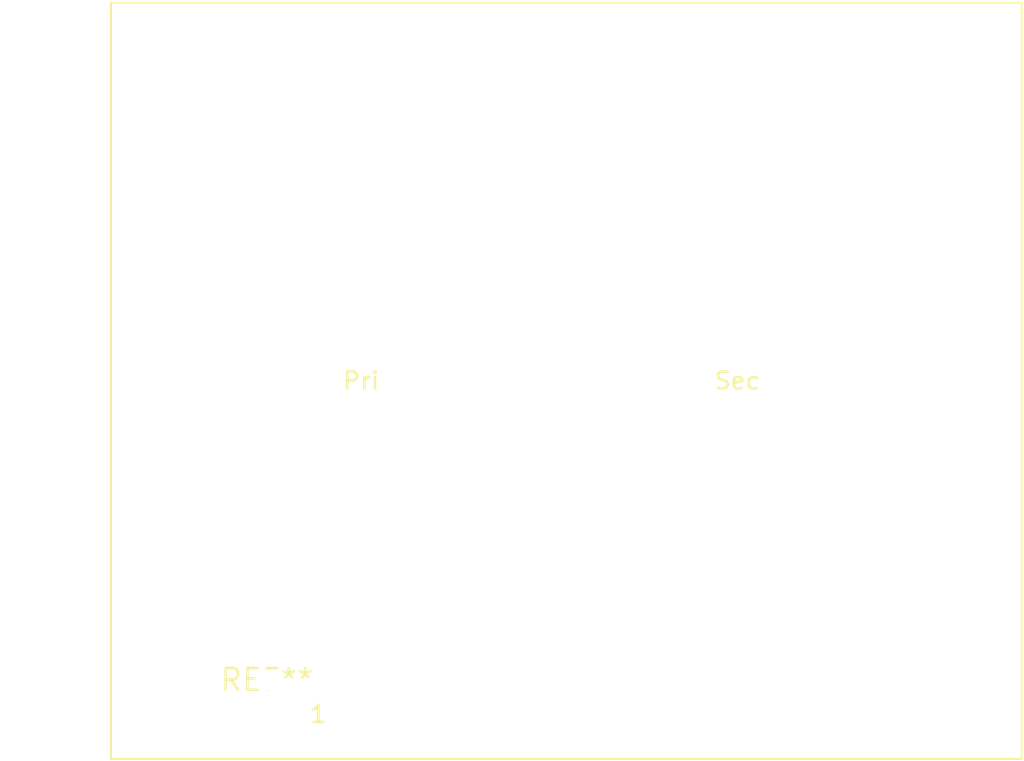
<source format=kicad_pcb>
(kicad_pcb (version 20240108) (generator pcbnew)
  (layers (0 "F.Cu" signal) (31 "B.Cu" signal) (34 "B.Paste" user) (35 "F.Paste" user) (36 "B.SilkS" user "B.Silkscreen") (37 "F.SilkS" user "F.Silkscreen") (38 "B.Mask" user) (39 "F.Mask" user) (44 "Edge.Cuts" user))
  (net 0 "")
  (footprint "Transformer_CHK_UI30-4VA_Flat" (layer "F.Cu") (at 0 0)
    (property "Reference" "REF**")
    (property "Value" "Transformer_CHK_UI30-4VA_Flat")
    (fp_line (start -9.12 -39.62) (end -9.12 4.62) (layer "F.SilkS") (stroke (width 0.12)))
    (fp_line (start -9.12 -39.62) (end 44.12 -39.62) (layer "F.SilkS") (stroke (width 0.12)))
    (fp_line (start 44.12 4.62) (end -9.12 4.62) (layer "F.SilkS") (stroke (width 0.12)))
    (fp_line (start 44.12 4.62) (end 44.12 -39.62) (layer "F.SilkS") (stroke (width 0.12)))
    (fp_text user "1" (at 3 2 0) (layer "F.SilkS"))
    (fp_text user "Sec" (at 27.5 -17.5 0) (layer "F.SilkS"))
    (fp_text user "Pri" (at 5.5 -17.5 0) (layer "F.SilkS"))
    (pad "" np_thru_hole circle (at -6.25 -36.25) (size 3 3) (drill 3) (layers *.Cu *.Mask))
    (pad "" np_thru_hole circle (at -6.25 1.25) (size 3 3) (drill 3) (layers *.Cu *.Mask))
    (pad "" np_thru_hole circle (at 41.25 -36.25) (size 3 3) (drill 3) (layers *.Cu *.Mask))
    (pad "" np_thru_hole circle (at 41.25 1.25) (size 3 3) (drill 3) (layers *.Cu *.Mask))
    (pad "1" thru_hole circle (at 0 0) (size 3 3) (drill 1.2) (layers *.Cu *.Mask) (remove_unused_layers))
    (pad "2" thru_hole circle (at 0 -5) (size 3 3) (drill 1.2) (layers *.Cu *.Mask) (remove_unused_layers))
    (pad "3" thru_hole circle (at 0 -10) (size 3 3) (drill 1.2) (layers *.Cu *.Mask) (remove_unused_layers))
    (pad "4" thru_hole circle (at 0 -15) (size 3 3) (drill 1.2) (layers *.Cu *.Mask) (remove_unused_layers))
    (pad "5" thru_hole circle (at 0 -20) (size 3 3) (drill 1.2) (layers *.Cu *.Mask) (remove_unused_layers))
    (pad "6" thru_hole circle (at 0 -25) (size 3 3) (drill 1.2) (layers *.Cu *.Mask) (remove_unused_layers))
    (pad "7" thru_hole circle (at 0 -30) (size 3 3) (drill 1.2) (layers *.Cu *.Mask) (remove_unused_layers))
    (pad "8" thru_hole circle (at 0 -35) (size 3 3) (drill 1.2) (layers *.Cu *.Mask) (remove_unused_layers))
    (pad "9" thru_hole circle (at 35 -35) (size 3 3) (drill 1.2) (layers *.Cu *.Mask) (remove_unused_layers))
    (pad "10" thru_hole circle (at 35 -30) (size 3 3) (drill 1.2) (layers *.Cu *.Mask) (remove_unused_layers))
    (pad "11" thru_hole circle (at 35 -25) (size 3 3) (drill 1.2) (layers *.Cu *.Mask) (remove_unused_layers))
    (pad "12" thru_hole circle (at 35 -20) (size 3 3) (drill 1.2) (layers *.Cu *.Mask) (remove_unused_layers))
    (pad "13" thru_hole circle (at 35 -15) (size 3 3) (drill 1.2) (layers *.Cu *.Mask) (remove_unused_layers))
    (pad "14" thru_hole circle (at 35 -10) (size 3 3) (drill 1.2) (layers *.Cu *.Mask) (remove_unused_layers))
    (pad "15" thru_hole circle (at 35 -5) (size 3 3) (drill 1.2) (layers *.Cu *.Mask) (remove_unused_layers))
    (pad "16" thru_hole circle (at 35 0) (size 3 3) (drill 1.2) (layers *.Cu *.Mask) (remove_unused_layers))
  )
)
</source>
